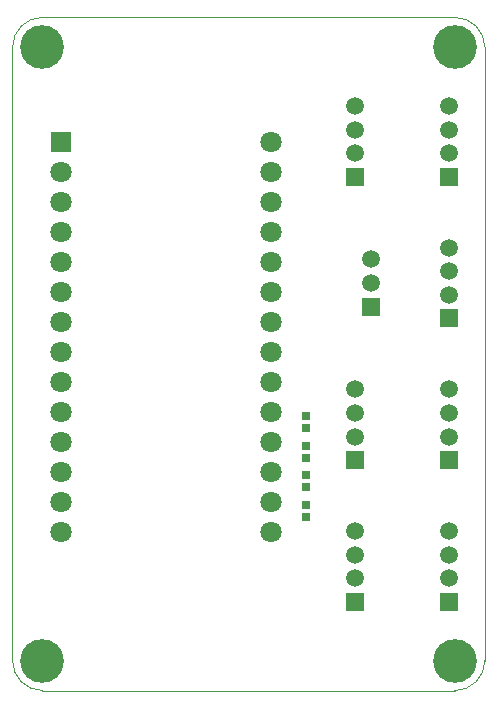
<source format=gts>
G04 Layer_Color=8388736*
%FSLAX44Y44*%
%MOMM*%
G71*
G01*
G75*
%ADD14C,0.1000*%
%ADD22R,0.8032X0.7032*%
%ADD23C,1.8032*%
%ADD24R,1.8032X1.8032*%
%ADD25R,1.5032X1.5032*%
%ADD26C,1.5032*%
%ADD27C,3.7032*%
D14*
X400000Y544600D02*
G03*
X374600Y570000I-25400J0D01*
G01*
X25400D02*
G03*
X0Y544600I0J-25400D01*
G01*
X374600Y0D02*
G03*
X400000Y25400I0J25400D01*
G01*
X0D02*
G03*
X25400Y0I25400J0D01*
G01*
X25600Y570000D02*
X374600D01*
X400000Y25400D02*
Y544600D01*
X25400Y0D02*
X374600D01*
X0Y25400D02*
Y544600D01*
D22*
X248500Y157210D02*
D03*
Y147210D02*
D03*
Y207210D02*
D03*
Y197210D02*
D03*
Y182210D02*
D03*
Y172210D02*
D03*
Y232210D02*
D03*
Y222210D02*
D03*
D23*
X218900Y362500D02*
D03*
Y387900D02*
D03*
Y413300D02*
D03*
Y438700D02*
D03*
Y464100D02*
D03*
Y337100D02*
D03*
Y311700D02*
D03*
Y286300D02*
D03*
Y260900D02*
D03*
Y235500D02*
D03*
Y210100D02*
D03*
Y184700D02*
D03*
Y159300D02*
D03*
Y133900D02*
D03*
X41100D02*
D03*
Y159300D02*
D03*
Y184700D02*
D03*
Y210100D02*
D03*
Y235500D02*
D03*
Y260900D02*
D03*
Y286300D02*
D03*
Y311700D02*
D03*
Y337100D02*
D03*
Y438700D02*
D03*
Y413300D02*
D03*
Y387900D02*
D03*
Y362500D02*
D03*
D24*
Y464100D02*
D03*
D25*
X370000Y75000D02*
D03*
X290000Y435000D02*
D03*
X370000Y315000D02*
D03*
X290000Y75000D02*
D03*
X370000Y435000D02*
D03*
Y195000D02*
D03*
X290000D02*
D03*
X304000Y325000D02*
D03*
D26*
X370000Y95000D02*
D03*
Y115000D02*
D03*
Y135000D02*
D03*
X290000Y495000D02*
D03*
Y475000D02*
D03*
Y455000D02*
D03*
X370000Y335000D02*
D03*
Y355000D02*
D03*
Y375000D02*
D03*
X290000Y135000D02*
D03*
Y115000D02*
D03*
Y95000D02*
D03*
X370000Y455000D02*
D03*
Y475000D02*
D03*
Y495000D02*
D03*
Y255000D02*
D03*
Y235000D02*
D03*
Y215000D02*
D03*
X290000D02*
D03*
Y235000D02*
D03*
Y255000D02*
D03*
X304000Y365000D02*
D03*
Y345000D02*
D03*
D27*
X374600Y25400D02*
D03*
X25400D02*
D03*
Y544600D02*
D03*
X374600D02*
D03*
M02*

</source>
